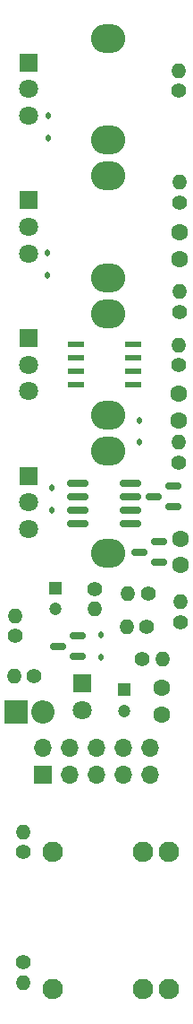
<source format=gbr>
%TF.GenerationSoftware,KiCad,Pcbnew,8.0.0*%
%TF.CreationDate,2024-04-08T18:28:55+02:00*%
%TF.ProjectId,feitw,66656974-772e-46b6-9963-61645f706362,rev?*%
%TF.SameCoordinates,Original*%
%TF.FileFunction,Soldermask,Bot*%
%TF.FilePolarity,Negative*%
%FSLAX46Y46*%
G04 Gerber Fmt 4.6, Leading zero omitted, Abs format (unit mm)*
G04 Created by KiCad (PCBNEW 8.0.0) date 2024-04-08 18:28:55*
%MOMM*%
%LPD*%
G01*
G04 APERTURE LIST*
G04 Aperture macros list*
%AMRoundRect*
0 Rectangle with rounded corners*
0 $1 Rounding radius*
0 $2 $3 $4 $5 $6 $7 $8 $9 X,Y pos of 4 corners*
0 Add a 4 corners polygon primitive as box body*
4,1,4,$2,$3,$4,$5,$6,$7,$8,$9,$2,$3,0*
0 Add four circle primitives for the rounded corners*
1,1,$1+$1,$2,$3*
1,1,$1+$1,$4,$5*
1,1,$1+$1,$6,$7*
1,1,$1+$1,$8,$9*
0 Add four rect primitives between the rounded corners*
20,1,$1+$1,$2,$3,$4,$5,0*
20,1,$1+$1,$4,$5,$6,$7,0*
20,1,$1+$1,$6,$7,$8,$9,0*
20,1,$1+$1,$8,$9,$2,$3,0*%
G04 Aperture macros list end*
%ADD10C,1.930400*%
%ADD11O,3.240000X2.720000*%
%ADD12R,1.800000X1.800000*%
%ADD13C,1.800000*%
%ADD14C,1.600000*%
%ADD15C,1.400000*%
%ADD16O,1.400000X1.400000*%
%ADD17RoundRect,0.150000X0.587500X0.150000X-0.587500X0.150000X-0.587500X-0.150000X0.587500X-0.150000X0*%
%ADD18RoundRect,0.112500X-0.112500X0.187500X-0.112500X-0.187500X0.112500X-0.187500X0.112500X0.187500X0*%
%ADD19R,1.700000X1.700000*%
%ADD20O,1.700000X1.700000*%
%ADD21R,1.200000X1.200000*%
%ADD22C,1.200000*%
%ADD23R,1.550000X0.600000*%
%ADD24RoundRect,0.112500X0.112500X-0.187500X0.112500X0.187500X-0.112500X0.187500X-0.112500X-0.187500X0*%
%ADD25R,2.200000X2.200000*%
%ADD26O,2.200000X2.200000*%
%ADD27RoundRect,0.150000X0.825000X0.150000X-0.825000X0.150000X-0.825000X-0.150000X0.825000X-0.150000X0*%
G04 APERTURE END LIST*
D10*
%TO.C,J1*%
X155765800Y-165000000D03*
X144793000Y-165000000D03*
X153352800Y-165000000D03*
%TD*%
%TO.C,J3*%
X155765800Y-152000000D03*
X144793000Y-152000000D03*
X153352800Y-152000000D03*
%TD*%
D11*
%TO.C,RV2*%
X150000000Y-88200000D03*
X150000000Y-97800000D03*
D12*
X142500000Y-90500000D03*
D13*
X142500000Y-93000000D03*
X142500000Y-95500000D03*
%TD*%
D11*
%TO.C,RV3*%
X150000000Y-101200000D03*
X150000000Y-110800000D03*
D12*
X142500000Y-103500000D03*
D13*
X142500000Y-106000000D03*
X142500000Y-108500000D03*
%TD*%
D11*
%TO.C,RV1*%
X150000000Y-75200000D03*
X150000000Y-84800000D03*
D12*
X142500000Y-77500000D03*
D13*
X142500000Y-80000000D03*
X142500000Y-82500000D03*
%TD*%
D11*
%TO.C,RV4*%
X150000000Y-114200000D03*
X150000000Y-123800000D03*
D12*
X142500000Y-116500000D03*
D13*
X142500000Y-119000000D03*
X142500000Y-121500000D03*
%TD*%
D14*
%TO.C,C4*%
X156900000Y-122450000D03*
X156900000Y-124950000D03*
%TD*%
D15*
%TO.C,R3*%
X143005000Y-135400000D03*
D16*
X141105000Y-135400000D03*
%TD*%
D15*
%TO.C,R9*%
X153295000Y-133800000D03*
D16*
X155195000Y-133800000D03*
%TD*%
D17*
%TO.C,Q3*%
X147175000Y-131650000D03*
X147175000Y-133550000D03*
X145300000Y-132600000D03*
%TD*%
D15*
%TO.C,R1*%
X156700000Y-80145000D03*
D16*
X156700000Y-78245000D03*
%TD*%
D18*
%TO.C,D7*%
X144300000Y-95450000D03*
X144300000Y-97550000D03*
%TD*%
D19*
%TO.C,J2*%
X143876000Y-144762000D03*
D20*
X143876000Y-142222000D03*
X146416000Y-144762000D03*
X146416000Y-142222000D03*
X148956000Y-144762000D03*
X148956000Y-142222000D03*
X151496000Y-144762000D03*
X151496000Y-142222000D03*
X154036000Y-144762000D03*
X154036000Y-142222000D03*
%TD*%
D15*
%TO.C,R12*%
X142000000Y-162455000D03*
D16*
X142000000Y-164355000D03*
%TD*%
D18*
%TO.C,D8*%
X144672500Y-117672500D03*
X144672500Y-119772500D03*
%TD*%
D21*
%TO.C,C6*%
X145000000Y-127100000D03*
D22*
X145000000Y-129100000D03*
%TD*%
D18*
%TO.C,D5*%
X153000000Y-111250000D03*
X153000000Y-113350000D03*
%TD*%
D15*
%TO.C,R14*%
X141200000Y-131605000D03*
D16*
X141200000Y-129705000D03*
%TD*%
D14*
%TO.C,C7*%
X155100000Y-139050000D03*
X155100000Y-136550000D03*
%TD*%
D23*
%TO.C,U2*%
X152368000Y-104075000D03*
X152368000Y-105345000D03*
X152368000Y-106615000D03*
X152368000Y-107885000D03*
X146968000Y-107885000D03*
X146968000Y-106615000D03*
X146968000Y-105345000D03*
X146968000Y-104075000D03*
%TD*%
D24*
%TO.C,D6*%
X144400000Y-84605000D03*
X144400000Y-82505000D03*
%TD*%
D17*
%TO.C,Q1*%
X156237500Y-117500000D03*
X156237500Y-119400000D03*
X154362500Y-118450000D03*
%TD*%
D14*
%TO.C,C5*%
X156700000Y-108750000D03*
X156700000Y-111250000D03*
%TD*%
D25*
%TO.C,D1*%
X141328234Y-138800000D03*
D26*
X143868234Y-138800000D03*
%TD*%
D14*
%TO.C,C1*%
X156800000Y-96050000D03*
X156800000Y-93550000D03*
%TD*%
D12*
%TO.C,D3*%
X147600000Y-136125000D03*
D13*
X147600000Y-138665000D03*
%TD*%
D27*
%TO.C,U1*%
X152143000Y-117182000D03*
X152143000Y-118452000D03*
X152143000Y-119722000D03*
X152143000Y-120992000D03*
X147193000Y-120992000D03*
X147193000Y-119722000D03*
X147193000Y-118452000D03*
X147193000Y-117182000D03*
%TD*%
D15*
%TO.C,R8*%
X148795000Y-127195000D03*
D16*
X148795000Y-129095000D03*
%TD*%
D17*
%TO.C,Q2*%
X154837500Y-122750000D03*
X154837500Y-124650000D03*
X152962500Y-123700000D03*
%TD*%
D15*
%TO.C,R7*%
X156900000Y-130305000D03*
D16*
X156900000Y-128405000D03*
%TD*%
D21*
%TO.C,C2*%
X151600000Y-136727401D03*
D22*
X151600000Y-138727401D03*
%TD*%
D15*
%TO.C,R13*%
X156800000Y-90705000D03*
D16*
X156800000Y-88805000D03*
%TD*%
D15*
%TO.C,R11*%
X153700000Y-130800000D03*
D16*
X151800000Y-130800000D03*
%TD*%
D15*
%TO.C,R15*%
X156800000Y-101005000D03*
D16*
X156800000Y-99105000D03*
%TD*%
D15*
%TO.C,R5*%
X156700000Y-115245000D03*
D16*
X156700000Y-113345000D03*
%TD*%
D15*
%TO.C,R6*%
X153805000Y-127600000D03*
D16*
X151905000Y-127600000D03*
%TD*%
D15*
%TO.C,R2*%
X156700000Y-106040000D03*
D16*
X156700000Y-104140000D03*
%TD*%
D18*
%TO.C,D4*%
X149400000Y-131550000D03*
X149400000Y-133650000D03*
%TD*%
D15*
%TO.C,R10*%
X142000000Y-152045000D03*
D16*
X142000000Y-150145000D03*
%TD*%
M02*

</source>
